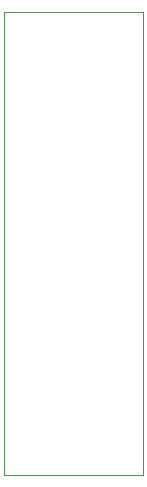
<source format=gbr>
%TF.GenerationSoftware,KiCad,Pcbnew,7.0.7-7.0.7~ubuntu23.04.1*%
%TF.CreationDate,2023-09-19T04:43:30+00:00*%
%TF.ProjectId,m5-pantilt,6d352d70-616e-4746-996c-742e6b696361,1*%
%TF.SameCoordinates,Original*%
%TF.FileFunction,Other,User*%
%FSLAX46Y46*%
G04 Gerber Fmt 4.6, Leading zero omitted, Abs format (unit mm)*
G04 Created by KiCad (PCBNEW 7.0.7-7.0.7~ubuntu23.04.1) date 2023-09-19 04:43:30*
%MOMM*%
%LPD*%
G01*
G04 APERTURE LIST*
%ADD10C,0.050000*%
G04 APERTURE END LIST*
D10*
%TO.C,J1*%
X112100000Y-94600000D02*
X100300000Y-94600000D01*
X112100000Y-55400000D02*
X112100000Y-94600000D01*
X100300000Y-94600000D02*
X100300000Y-55400000D01*
X100300000Y-55400000D02*
X112100000Y-55400000D01*
%TD*%
M02*

</source>
